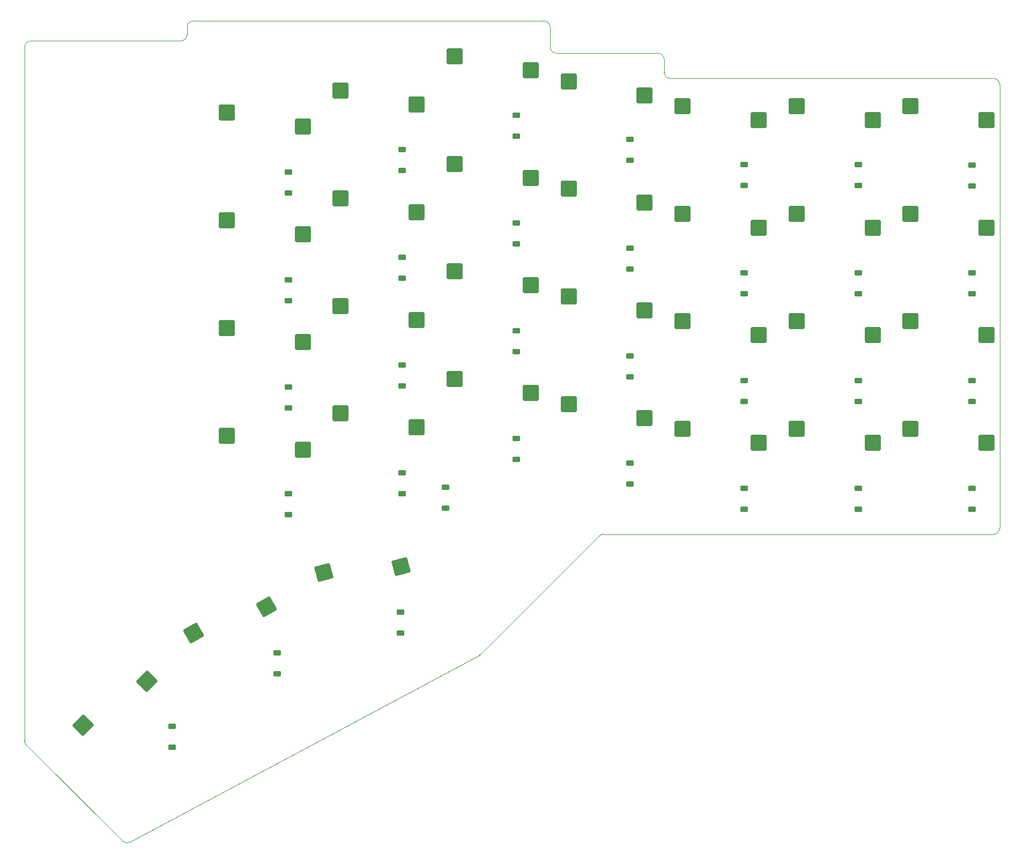
<source format=gbr>
%TF.GenerationSoftware,KiCad,Pcbnew,8.0.5*%
%TF.CreationDate,2024-10-11T21:29:17+02:00*%
%TF.ProjectId,vaucasy_right,76617563-6173-4795-9f72-696768742e6b,rev?*%
%TF.SameCoordinates,Original*%
%TF.FileFunction,Paste,Bot*%
%TF.FilePolarity,Positive*%
%FSLAX46Y46*%
G04 Gerber Fmt 4.6, Leading zero omitted, Abs format (unit mm)*
G04 Created by KiCad (PCBNEW 8.0.5) date 2024-10-11 21:29:17*
%MOMM*%
%LPD*%
G01*
G04 APERTURE LIST*
G04 Aperture macros list*
%AMRoundRect*
0 Rectangle with rounded corners*
0 $1 Rounding radius*
0 $2 $3 $4 $5 $6 $7 $8 $9 X,Y pos of 4 corners*
0 Add a 4 corners polygon primitive as box body*
4,1,4,$2,$3,$4,$5,$6,$7,$8,$9,$2,$3,0*
0 Add four circle primitives for the rounded corners*
1,1,$1+$1,$2,$3*
1,1,$1+$1,$4,$5*
1,1,$1+$1,$6,$7*
1,1,$1+$1,$8,$9*
0 Add four rect primitives between the rounded corners*
20,1,$1+$1,$2,$3,$4,$5,0*
20,1,$1+$1,$4,$5,$6,$7,0*
20,1,$1+$1,$6,$7,$8,$9,0*
20,1,$1+$1,$8,$9,$2,$3,0*%
G04 Aperture macros list end*
%ADD10RoundRect,0.250000X-1.025000X-1.000000X1.025000X-1.000000X1.025000X1.000000X-1.025000X1.000000X0*%
%ADD11RoundRect,0.250000X-0.731255X-1.231215X1.248893X-0.700636X0.731255X1.231215X-1.248893X0.700636X0*%
%ADD12RoundRect,0.250000X-0.017678X-1.431891X1.431891X0.017678X0.017678X1.431891X-1.431891X-0.017678X0*%
%ADD13RoundRect,0.250000X-0.387676X-1.378525X1.387676X-0.353525X0.387676X1.378525X-1.387676X0.353525X0*%
%ADD14RoundRect,0.225000X0.375000X-0.225000X0.375000X0.225000X-0.375000X0.225000X-0.375000X-0.225000X0*%
%TA.AperFunction,Profile*%
%ADD15C,0.050000*%
%TD*%
G04 APERTURE END LIST*
D10*
%TO.C,S5*%
X128925000Y-41362500D03*
X140925000Y-43562500D03*
%TD*%
%TO.C,S27*%
X146925000Y-75362500D03*
X158925000Y-77562500D03*
%TD*%
%TO.C,S3*%
X92925000Y-33487500D03*
X104925000Y-35687500D03*
%TD*%
%TO.C,S19*%
X74925000Y-72912500D03*
X86925000Y-75112500D03*
%TD*%
%TO.C,S28*%
X146925000Y-92362500D03*
X158925000Y-94562500D03*
%TD*%
%TO.C,S7*%
X164925000Y-41362500D03*
X176925000Y-43562500D03*
%TD*%
%TO.C,S30*%
X164925000Y-92362500D03*
X176925000Y-94562500D03*
%TD*%
%TO.C,S14*%
X146925000Y-58362500D03*
X158925000Y-60562500D03*
%TD*%
%TO.C,S6*%
X146925000Y-41362500D03*
X158925000Y-43562500D03*
%TD*%
%TO.C,S15*%
X164925000Y-58362500D03*
X176925000Y-60562500D03*
%TD*%
%TO.C,S29*%
X164925000Y-75362500D03*
X176925000Y-77562500D03*
%TD*%
%TO.C,S22*%
X92925000Y-84487500D03*
X104925000Y-86687500D03*
%TD*%
%TO.C,S26*%
X128925000Y-92362500D03*
X140925000Y-94562500D03*
%TD*%
%TO.C,S23*%
X110925000Y-71437500D03*
X122925000Y-73637500D03*
%TD*%
%TO.C,S1*%
X56925000Y-42412500D03*
X68925000Y-44612500D03*
%TD*%
%TO.C,S13*%
X128925000Y-58362500D03*
X140925000Y-60562500D03*
%TD*%
%TO.C,S9*%
X56925000Y-59412500D03*
X68925000Y-61612500D03*
%TD*%
%TO.C,S4*%
X110925000Y-37437500D03*
X122925000Y-39637500D03*
%TD*%
%TO.C,S10*%
X74925000Y-55912500D03*
X86925000Y-58112500D03*
%TD*%
%TO.C,S11*%
X92925000Y-50487500D03*
X104925000Y-52687500D03*
%TD*%
%TO.C,S17*%
X56925000Y-76412500D03*
X68925000Y-78612500D03*
%TD*%
%TO.C,S24*%
X110925000Y-88437500D03*
X122925000Y-90637500D03*
%TD*%
D11*
%TO.C,S31*%
X72278846Y-115072810D03*
X84439357Y-114092020D03*
%TD*%
D10*
%TO.C,S2*%
X74925000Y-38912500D03*
X86925000Y-41112500D03*
%TD*%
%TO.C,S20*%
X74925000Y-89912500D03*
X86925000Y-92112500D03*
%TD*%
D12*
%TO.C,S8*%
X34283318Y-139167273D03*
X44324234Y-132237627D03*
%TD*%
D10*
%TO.C,S25*%
X128925000Y-75362500D03*
X140925000Y-77562500D03*
%TD*%
%TO.C,S12*%
X110925000Y-54437500D03*
X122925000Y-56637500D03*
%TD*%
%TO.C,S21*%
X92925000Y-67487500D03*
X104925000Y-69687500D03*
%TD*%
D13*
%TO.C,S16*%
X51724251Y-124583283D03*
X63216556Y-120488538D03*
%TD*%
D10*
%TO.C,S18*%
X56925000Y-93412500D03*
X68925000Y-95612500D03*
%TD*%
D14*
%TO.C,D19*%
X84637500Y-85562500D03*
X84637500Y-82262500D03*
%TD*%
%TO.C,D9*%
X66637500Y-72062500D03*
X66637500Y-68762500D03*
%TD*%
%TO.C,D15*%
X174637500Y-71012500D03*
X174637500Y-67712500D03*
%TD*%
%TO.C,D8*%
X48324360Y-142637500D03*
X48324360Y-139337500D03*
%TD*%
%TO.C,D17*%
X66637500Y-89062500D03*
X66637500Y-85762500D03*
%TD*%
%TO.C,D18*%
X66637500Y-105912500D03*
X66637500Y-102612500D03*
%TD*%
%TO.C,D14*%
X156637500Y-71012500D03*
X156637500Y-67712500D03*
%TD*%
%TO.C,D12*%
X120637500Y-67087500D03*
X120637500Y-63787500D03*
%TD*%
%TO.C,D24*%
X120637500Y-101087500D03*
X120637500Y-97787500D03*
%TD*%
%TO.C,D26*%
X138637500Y-105012500D03*
X138637500Y-101712500D03*
%TD*%
%TO.C,D13*%
X138637500Y-71012500D03*
X138637500Y-67712500D03*
%TD*%
%TO.C,D6*%
X156637500Y-53862500D03*
X156637500Y-50562500D03*
%TD*%
%TO.C,D22*%
X102637500Y-97137500D03*
X102637500Y-93837500D03*
%TD*%
%TO.C,D30*%
X174637500Y-105012500D03*
X174637500Y-101712500D03*
%TD*%
%TO.C,D2*%
X84637500Y-51562500D03*
X84637500Y-48262500D03*
%TD*%
%TO.C,D16*%
X64922328Y-131063538D03*
X64922328Y-127763538D03*
%TD*%
%TO.C,D7*%
X174637500Y-54012500D03*
X174637500Y-50712500D03*
%TD*%
%TO.C,D29*%
X174637500Y-88012500D03*
X174637500Y-84712500D03*
%TD*%
%TO.C,D25*%
X138637500Y-88012500D03*
X138637500Y-84712500D03*
%TD*%
%TO.C,D33*%
X91487500Y-104862500D03*
X91487500Y-101562500D03*
%TD*%
%TO.C,D11*%
X102637500Y-63137500D03*
X102637500Y-59837500D03*
%TD*%
%TO.C,D27*%
X156637500Y-88012500D03*
X156637500Y-84712500D03*
%TD*%
%TO.C,D5*%
X138637500Y-53862500D03*
X138637500Y-50562500D03*
%TD*%
%TO.C,D3*%
X102637500Y-46137500D03*
X102637500Y-42837500D03*
%TD*%
%TO.C,D20*%
X84637500Y-102562500D03*
X84637500Y-99262500D03*
%TD*%
%TO.C,D23*%
X120637500Y-84087500D03*
X120637500Y-80787500D03*
%TD*%
%TO.C,D31*%
X84397328Y-124588538D03*
X84397328Y-121288538D03*
%TD*%
%TO.C,D21*%
X102637500Y-80137500D03*
X102637500Y-76837500D03*
%TD*%
%TO.C,D1*%
X66637500Y-55062500D03*
X66637500Y-51762500D03*
%TD*%
%TO.C,D28*%
X156637500Y-105012500D03*
X156637500Y-101712500D03*
%TD*%
%TO.C,D10*%
X84637500Y-68562500D03*
X84637500Y-65262500D03*
%TD*%
%TO.C,D4*%
X120637500Y-49937500D03*
X120637500Y-46637500D03*
%TD*%
D15*
X50675000Y-28900000D02*
G75*
G02*
X51675000Y-27900000I1000000J0D01*
G01*
X50675000Y-28900000D02*
X50675000Y-30075000D01*
X126000000Y-34000000D02*
X126000000Y-36000000D01*
X50675000Y-30075000D02*
G75*
G02*
X49675000Y-31075000I-1000000J0D01*
G01*
X125000000Y-33000000D02*
G75*
G02*
X126000000Y-34000000I0J-1000000D01*
G01*
X81725000Y-27900000D02*
X51675000Y-27900000D01*
X49675000Y-31075000D02*
X26000000Y-31075000D01*
X107000000Y-27900000D02*
G75*
G02*
X108000000Y-28900000I0J-1000000D01*
G01*
X40475061Y-157475061D02*
X25292893Y-142292893D01*
X127000000Y-37000000D02*
G75*
G02*
X126000000Y-36000000I0J1000000D01*
G01*
X25000000Y-141585786D02*
X25000000Y-32075000D01*
X25000000Y-32075000D02*
G75*
G02*
X26000000Y-31075000I1000000J0D01*
G01*
X179000000Y-38000000D02*
X179000000Y-108000000D01*
X109000000Y-33000000D02*
X125000000Y-33000000D01*
X115707107Y-109292893D02*
X97104551Y-127895449D01*
X178000000Y-109000000D02*
X116414214Y-109000000D01*
X96869666Y-128069822D02*
X41654390Y-157649434D01*
X127000000Y-37000000D02*
X178000000Y-37000000D01*
X108000000Y-28900000D02*
X108000000Y-32000000D01*
X109000000Y-33000000D02*
G75*
G02*
X108000000Y-32000000I0J1000000D01*
G01*
X41654390Y-157649434D02*
G75*
G02*
X40475081Y-157475041I-472190J881534D01*
G01*
X97104551Y-127895449D02*
G75*
G02*
X96869667Y-128069825I-707151J707149D01*
G01*
X178000000Y-37000000D02*
G75*
G02*
X179000000Y-38000000I0J-1000000D01*
G01*
X25292893Y-142292893D02*
G75*
G02*
X25000010Y-141585786I707107J707093D01*
G01*
X81725000Y-27900000D02*
X107000000Y-27900000D01*
X179000000Y-108000000D02*
G75*
G02*
X178000000Y-109000000I-1000000J0D01*
G01*
X115707107Y-109292893D02*
G75*
G02*
X116414214Y-109000010I707093J-707107D01*
G01*
M02*

</source>
